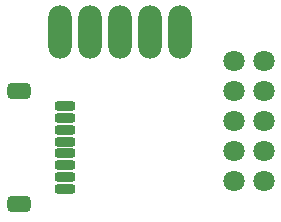
<source format=gts>
G04*
G04 #@! TF.GenerationSoftware,Altium Limited,Altium Designer,23.4.1 (23)*
G04*
G04 Layer_Color=8388736*
%FSLAX25Y25*%
%MOIN*%
G70*
G04*
G04 #@! TF.SameCoordinates,994BBBC9-EF8B-4D44-965E-D27BE21E36CE*
G04*
G04*
G04 #@! TF.FilePolarity,Negative*
G04*
G01*
G75*
%ADD16O,0.07800X0.17797*%
G04:AMPARAMS|DCode=17|XSize=55.24mil|YSize=78.87mil|CornerRadius=15.81mil|HoleSize=0mil|Usage=FLASHONLY|Rotation=90.000|XOffset=0mil|YOffset=0mil|HoleType=Round|Shape=RoundedRectangle|*
%AMROUNDEDRECTD17*
21,1,0.05524,0.04724,0,0,90.0*
21,1,0.02362,0.07887,0,0,90.0*
1,1,0.03162,0.02362,0.01181*
1,1,0.03162,0.02362,-0.01181*
1,1,0.03162,-0.02362,-0.01181*
1,1,0.03162,-0.02362,0.01181*
%
%ADD17ROUNDEDRECTD17*%
G04:AMPARAMS|DCode=18|XSize=69.02mil|YSize=31.62mil|CornerRadius=9.91mil|HoleSize=0mil|Usage=FLASHONLY|Rotation=0.000|XOffset=0mil|YOffset=0mil|HoleType=Round|Shape=RoundedRectangle|*
%AMROUNDEDRECTD18*
21,1,0.06902,0.01181,0,0,0.0*
21,1,0.04921,0.03162,0,0,0.0*
1,1,0.01981,0.02461,-0.00591*
1,1,0.01981,-0.02461,-0.00591*
1,1,0.01981,-0.02461,0.00591*
1,1,0.01981,0.02461,0.00591*
%
%ADD18ROUNDEDRECTD18*%
G04:AMPARAMS|DCode=19|XSize=31.62mil|YSize=69.02mil|CornerRadius=9.91mil|HoleSize=0mil|Usage=FLASHONLY|Rotation=270.000|XOffset=0mil|YOffset=0mil|HoleType=Round|Shape=RoundedRectangle|*
%AMROUNDEDRECTD19*
21,1,0.03162,0.04921,0,0,270.0*
21,1,0.01181,0.06902,0,0,270.0*
1,1,0.01981,-0.02461,-0.00591*
1,1,0.01981,-0.02461,0.00591*
1,1,0.01981,0.02461,0.00591*
1,1,0.01981,0.02461,-0.00591*
%
%ADD19ROUNDEDRECTD19*%
%ADD20C,0.07093*%
D16*
X182000Y228000D02*
D03*
X202000D02*
D03*
X222000D02*
D03*
X212000D02*
D03*
X192000D02*
D03*
D17*
X168415Y208403D02*
D03*
X168410Y170556D02*
D03*
D18*
X183670Y203263D02*
D03*
Y187515D02*
D03*
X183671Y175706D02*
D03*
D19*
X183677Y199335D02*
D03*
Y195398D02*
D03*
Y191461D02*
D03*
Y183587D02*
D03*
Y179650D02*
D03*
D20*
X250034Y178217D02*
D03*
X240034D02*
D03*
X250034Y188217D02*
D03*
X240034D02*
D03*
X250034Y198217D02*
D03*
X240034D02*
D03*
X250034Y208218D02*
D03*
X240034D02*
D03*
X250034Y218217D02*
D03*
X240034D02*
D03*
M02*

</source>
